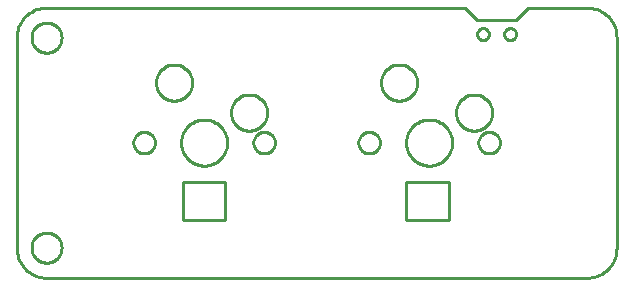
<source format=gbr>
G04 EAGLE Gerber RS-274X export*
G75*
%MOMM*%
%FSLAX34Y34*%
%LPD*%
%IN*%
%IPPOS*%
%AMOC8*
5,1,8,0,0,1.08239X$1,22.5*%
G01*
%ADD10C,0.254000*%


D10*
X0Y25400D02*
X97Y23186D01*
X386Y20989D01*
X865Y18826D01*
X1532Y16713D01*
X2380Y14666D01*
X3403Y12700D01*
X4594Y10831D01*
X5942Y9073D01*
X7440Y7440D01*
X9073Y5942D01*
X10831Y4594D01*
X12700Y3403D01*
X14666Y2380D01*
X16713Y1532D01*
X18826Y865D01*
X20989Y386D01*
X23186Y97D01*
X25400Y0D01*
X482600Y0D01*
X484814Y97D01*
X487011Y386D01*
X489174Y865D01*
X491287Y1532D01*
X493335Y2380D01*
X495300Y3403D01*
X497169Y4594D01*
X498927Y5942D01*
X500561Y7440D01*
X502058Y9073D01*
X503406Y10831D01*
X504597Y12700D01*
X505620Y14666D01*
X506468Y16713D01*
X507135Y18826D01*
X507614Y20989D01*
X507903Y23186D01*
X508000Y25400D01*
X508000Y203200D01*
X507903Y205414D01*
X507614Y207611D01*
X507135Y209774D01*
X506468Y211887D01*
X505620Y213935D01*
X504597Y215900D01*
X503406Y217769D01*
X502058Y219527D01*
X500561Y221161D01*
X498927Y222658D01*
X497169Y224006D01*
X495300Y225197D01*
X493335Y226220D01*
X491287Y227068D01*
X489174Y227735D01*
X487011Y228214D01*
X484814Y228503D01*
X482600Y228600D01*
X433070Y228600D01*
X422910Y218440D01*
X389890Y218440D01*
X379730Y228600D01*
X25400Y228600D01*
X23186Y228503D01*
X20989Y228214D01*
X18826Y227735D01*
X16713Y227068D01*
X14666Y226220D01*
X12700Y225197D01*
X10831Y224006D01*
X9073Y222658D01*
X7440Y221161D01*
X5942Y219527D01*
X4594Y217769D01*
X3403Y215900D01*
X2380Y213935D01*
X1532Y211887D01*
X865Y209774D01*
X386Y207611D01*
X97Y205414D01*
X0Y203200D01*
X0Y25400D01*
X329980Y48770D02*
X365980Y48770D01*
X365980Y80770D01*
X329980Y80770D01*
X329980Y48770D01*
X140750Y48770D02*
X176750Y48770D01*
X176750Y80770D01*
X140750Y80770D01*
X140750Y48770D01*
X329750Y113711D02*
X329821Y112534D01*
X329963Y111365D01*
X330176Y110205D01*
X330458Y109061D01*
X330808Y107936D01*
X331226Y106834D01*
X331710Y105760D01*
X332257Y104716D01*
X332867Y103708D01*
X333537Y102738D01*
X334263Y101810D01*
X335045Y100928D01*
X335878Y100095D01*
X336760Y99313D01*
X337688Y98587D01*
X338658Y97917D01*
X339666Y97307D01*
X340710Y96760D01*
X341784Y96276D01*
X342886Y95858D01*
X344011Y95508D01*
X345155Y95226D01*
X346315Y95013D01*
X347484Y94871D01*
X348661Y94800D01*
X349839Y94800D01*
X351016Y94871D01*
X352185Y95013D01*
X353345Y95226D01*
X354489Y95508D01*
X355614Y95858D01*
X356716Y96276D01*
X357790Y96760D01*
X358834Y97307D01*
X359842Y97917D01*
X360812Y98587D01*
X361740Y99313D01*
X362622Y100095D01*
X363455Y100928D01*
X364237Y101810D01*
X364963Y102738D01*
X365633Y103708D01*
X366243Y104716D01*
X366790Y105760D01*
X367274Y106834D01*
X367692Y107936D01*
X368042Y109061D01*
X368324Y110205D01*
X368537Y111365D01*
X368679Y112534D01*
X368750Y113711D01*
X368750Y114889D01*
X368679Y116066D01*
X368537Y117235D01*
X368324Y118395D01*
X368042Y119539D01*
X367692Y120664D01*
X367274Y121766D01*
X366790Y122840D01*
X366243Y123884D01*
X365633Y124892D01*
X364963Y125862D01*
X364237Y126790D01*
X363455Y127672D01*
X362622Y128505D01*
X361740Y129287D01*
X360812Y130013D01*
X359842Y130683D01*
X358834Y131293D01*
X357790Y131840D01*
X356716Y132324D01*
X355614Y132742D01*
X354489Y133092D01*
X353345Y133374D01*
X352185Y133587D01*
X351016Y133729D01*
X349839Y133800D01*
X348661Y133800D01*
X347484Y133729D01*
X346315Y133587D01*
X345155Y133374D01*
X344011Y133092D01*
X342886Y132742D01*
X341784Y132324D01*
X340710Y131840D01*
X339666Y131293D01*
X338658Y130683D01*
X337688Y130013D01*
X336760Y129287D01*
X335878Y128505D01*
X335045Y127672D01*
X334263Y126790D01*
X333537Y125862D01*
X332867Y124892D01*
X332257Y123884D01*
X331710Y122840D01*
X331226Y121766D01*
X330808Y120664D01*
X330458Y119539D01*
X330176Y118395D01*
X329963Y117235D01*
X329821Y116066D01*
X329750Y114889D01*
X329750Y113711D01*
X308533Y164553D02*
X308611Y163462D01*
X308766Y162379D01*
X308999Y161309D01*
X309307Y160260D01*
X309689Y159235D01*
X310144Y158239D01*
X310668Y157279D01*
X311260Y156359D01*
X311916Y155483D01*
X312632Y154656D01*
X313406Y153882D01*
X314233Y153166D01*
X315109Y152510D01*
X316029Y151918D01*
X316989Y151394D01*
X317985Y150939D01*
X319010Y150557D01*
X320059Y150249D01*
X321129Y150016D01*
X322212Y149861D01*
X323303Y149783D01*
X324397Y149783D01*
X325488Y149861D01*
X326571Y150016D01*
X327641Y150249D01*
X328690Y150557D01*
X329716Y150939D01*
X330711Y151394D01*
X331671Y151918D01*
X332592Y152510D01*
X333467Y153166D01*
X334294Y153882D01*
X335068Y154656D01*
X335784Y155483D01*
X336440Y156359D01*
X337032Y157279D01*
X337556Y158239D01*
X338011Y159235D01*
X338393Y160260D01*
X338701Y161309D01*
X338934Y162379D01*
X339089Y163462D01*
X339168Y164553D01*
X339168Y165647D01*
X339089Y166738D01*
X338934Y167821D01*
X338701Y168891D01*
X338393Y169940D01*
X338011Y170966D01*
X337556Y171961D01*
X337032Y172921D01*
X336440Y173842D01*
X335784Y174717D01*
X335068Y175544D01*
X334294Y176318D01*
X333467Y177034D01*
X332592Y177690D01*
X331671Y178282D01*
X330711Y178806D01*
X329716Y179261D01*
X328690Y179643D01*
X327641Y179951D01*
X326571Y180184D01*
X325488Y180339D01*
X324397Y180418D01*
X323303Y180418D01*
X322212Y180339D01*
X321129Y180184D01*
X320059Y179951D01*
X319010Y179643D01*
X317985Y179261D01*
X316989Y178806D01*
X316029Y178282D01*
X315109Y177690D01*
X314233Y177034D01*
X313406Y176318D01*
X312632Y175544D01*
X311916Y174717D01*
X311260Y173842D01*
X310668Y172921D01*
X310144Y171961D01*
X309689Y170966D01*
X309307Y169940D01*
X308999Y168891D01*
X308766Y167821D01*
X308611Y166738D01*
X308533Y165647D01*
X308533Y164553D01*
X372033Y139153D02*
X372111Y138062D01*
X372266Y136979D01*
X372499Y135909D01*
X372807Y134860D01*
X373189Y133835D01*
X373644Y132839D01*
X374168Y131879D01*
X374760Y130959D01*
X375416Y130083D01*
X376132Y129256D01*
X376906Y128482D01*
X377733Y127766D01*
X378609Y127110D01*
X379529Y126518D01*
X380489Y125994D01*
X381485Y125539D01*
X382510Y125157D01*
X383559Y124849D01*
X384629Y124616D01*
X385712Y124461D01*
X386803Y124383D01*
X387897Y124383D01*
X388988Y124461D01*
X390071Y124616D01*
X391141Y124849D01*
X392190Y125157D01*
X393216Y125539D01*
X394211Y125994D01*
X395171Y126518D01*
X396092Y127110D01*
X396967Y127766D01*
X397794Y128482D01*
X398568Y129256D01*
X399284Y130083D01*
X399940Y130959D01*
X400532Y131879D01*
X401056Y132839D01*
X401511Y133835D01*
X401893Y134860D01*
X402201Y135909D01*
X402434Y136979D01*
X402589Y138062D01*
X402668Y139153D01*
X402668Y140247D01*
X402589Y141338D01*
X402434Y142421D01*
X402201Y143491D01*
X401893Y144540D01*
X401511Y145566D01*
X401056Y146561D01*
X400532Y147521D01*
X399940Y148442D01*
X399284Y149317D01*
X398568Y150144D01*
X397794Y150918D01*
X396967Y151634D01*
X396092Y152290D01*
X395171Y152882D01*
X394211Y153406D01*
X393216Y153861D01*
X392190Y154243D01*
X391141Y154551D01*
X390071Y154784D01*
X388988Y154939D01*
X387897Y155018D01*
X386803Y155018D01*
X385712Y154939D01*
X384629Y154784D01*
X383559Y154551D01*
X382510Y154243D01*
X381485Y153861D01*
X380489Y153406D01*
X379529Y152882D01*
X378609Y152290D01*
X377733Y151634D01*
X376906Y150918D01*
X376132Y150144D01*
X375416Y149317D01*
X374760Y148442D01*
X374168Y147521D01*
X373644Y146561D01*
X373189Y145566D01*
X372807Y144540D01*
X372499Y143491D01*
X372266Y142421D01*
X372111Y141338D01*
X372033Y140247D01*
X372033Y139153D01*
X289383Y113904D02*
X289452Y113115D01*
X289589Y112336D01*
X289794Y111571D01*
X290065Y110827D01*
X290399Y110109D01*
X290795Y109423D01*
X291249Y108775D01*
X291758Y108168D01*
X292318Y107608D01*
X292925Y107099D01*
X293573Y106645D01*
X294259Y106249D01*
X294977Y105915D01*
X295721Y105644D01*
X296486Y105439D01*
X297265Y105302D01*
X298054Y105233D01*
X298846Y105233D01*
X299635Y105302D01*
X300414Y105439D01*
X301179Y105644D01*
X301923Y105915D01*
X302641Y106249D01*
X303327Y106645D01*
X303975Y107099D01*
X304582Y107608D01*
X305142Y108168D01*
X305651Y108775D01*
X306105Y109423D01*
X306501Y110109D01*
X306835Y110827D01*
X307106Y111571D01*
X307311Y112336D01*
X307449Y113115D01*
X307518Y113904D01*
X307518Y114696D01*
X307449Y115485D01*
X307311Y116264D01*
X307106Y117029D01*
X306835Y117773D01*
X306501Y118491D01*
X306105Y119177D01*
X305651Y119825D01*
X305142Y120432D01*
X304582Y120992D01*
X303975Y121501D01*
X303327Y121955D01*
X302641Y122351D01*
X301923Y122685D01*
X301179Y122956D01*
X300414Y123161D01*
X299635Y123299D01*
X298846Y123368D01*
X298054Y123368D01*
X297265Y123299D01*
X296486Y123161D01*
X295721Y122956D01*
X294977Y122685D01*
X294259Y122351D01*
X293573Y121955D01*
X292925Y121501D01*
X292318Y120992D01*
X291758Y120432D01*
X291249Y119825D01*
X290795Y119177D01*
X290399Y118491D01*
X290065Y117773D01*
X289794Y117029D01*
X289589Y116264D01*
X289452Y115485D01*
X289383Y114696D01*
X289383Y113904D01*
X390983Y113904D02*
X391052Y113115D01*
X391189Y112336D01*
X391394Y111571D01*
X391665Y110827D01*
X391999Y110109D01*
X392395Y109423D01*
X392849Y108775D01*
X393358Y108168D01*
X393918Y107608D01*
X394525Y107099D01*
X395173Y106645D01*
X395859Y106249D01*
X396577Y105915D01*
X397321Y105644D01*
X398086Y105439D01*
X398865Y105302D01*
X399654Y105233D01*
X400446Y105233D01*
X401235Y105302D01*
X402014Y105439D01*
X402779Y105644D01*
X403523Y105915D01*
X404241Y106249D01*
X404927Y106645D01*
X405575Y107099D01*
X406182Y107608D01*
X406742Y108168D01*
X407251Y108775D01*
X407705Y109423D01*
X408101Y110109D01*
X408435Y110827D01*
X408706Y111571D01*
X408911Y112336D01*
X409049Y113115D01*
X409118Y113904D01*
X409118Y114696D01*
X409049Y115485D01*
X408911Y116264D01*
X408706Y117029D01*
X408435Y117773D01*
X408101Y118491D01*
X407705Y119177D01*
X407251Y119825D01*
X406742Y120432D01*
X406182Y120992D01*
X405575Y121501D01*
X404927Y121955D01*
X404241Y122351D01*
X403523Y122685D01*
X402779Y122956D01*
X402014Y123161D01*
X401235Y123299D01*
X400446Y123368D01*
X399654Y123368D01*
X398865Y123299D01*
X398086Y123161D01*
X397321Y122956D01*
X396577Y122685D01*
X395859Y122351D01*
X395173Y121955D01*
X394525Y121501D01*
X393918Y120992D01*
X393358Y120432D01*
X392849Y119825D01*
X392395Y119177D01*
X391999Y118491D01*
X391665Y117773D01*
X391394Y117029D01*
X391189Y116264D01*
X391052Y115485D01*
X390983Y114696D01*
X390983Y113904D01*
X12700Y202701D02*
X12778Y201706D01*
X12934Y200720D01*
X13167Y199750D01*
X13476Y198801D01*
X13858Y197879D01*
X14311Y196990D01*
X14832Y196139D01*
X15419Y195331D01*
X16067Y194573D01*
X16773Y193867D01*
X17531Y193219D01*
X18339Y192632D01*
X19190Y192111D01*
X20079Y191658D01*
X21001Y191276D01*
X21950Y190967D01*
X22920Y190734D01*
X23906Y190578D01*
X24901Y190500D01*
X25899Y190500D01*
X26894Y190578D01*
X27880Y190734D01*
X28850Y190967D01*
X29799Y191276D01*
X30721Y191658D01*
X31610Y192111D01*
X32461Y192632D01*
X33269Y193219D01*
X34027Y193867D01*
X34733Y194573D01*
X35381Y195331D01*
X35968Y196139D01*
X36489Y196990D01*
X36942Y197879D01*
X37324Y198801D01*
X37633Y199750D01*
X37866Y200720D01*
X38022Y201706D01*
X38100Y202701D01*
X38100Y203699D01*
X38022Y204694D01*
X37866Y205680D01*
X37633Y206650D01*
X37324Y207599D01*
X36942Y208521D01*
X36489Y209410D01*
X35968Y210261D01*
X35381Y211069D01*
X34733Y211827D01*
X34027Y212533D01*
X33269Y213181D01*
X32461Y213768D01*
X31610Y214289D01*
X30721Y214742D01*
X29799Y215124D01*
X28850Y215433D01*
X27880Y215666D01*
X26894Y215822D01*
X25899Y215900D01*
X24901Y215900D01*
X23906Y215822D01*
X22920Y215666D01*
X21950Y215433D01*
X21001Y215124D01*
X20079Y214742D01*
X19190Y214289D01*
X18339Y213768D01*
X17531Y213181D01*
X16773Y212533D01*
X16067Y211827D01*
X15419Y211069D01*
X14832Y210261D01*
X14311Y209410D01*
X13858Y208521D01*
X13476Y207599D01*
X13167Y206650D01*
X12934Y205680D01*
X12778Y204694D01*
X12700Y203699D01*
X12700Y202701D01*
X12700Y24901D02*
X12778Y23906D01*
X12934Y22920D01*
X13167Y21950D01*
X13476Y21001D01*
X13858Y20079D01*
X14311Y19190D01*
X14832Y18339D01*
X15419Y17531D01*
X16067Y16773D01*
X16773Y16067D01*
X17531Y15419D01*
X18339Y14832D01*
X19190Y14311D01*
X20079Y13858D01*
X21001Y13476D01*
X21950Y13167D01*
X22920Y12934D01*
X23906Y12778D01*
X24901Y12700D01*
X25899Y12700D01*
X26894Y12778D01*
X27880Y12934D01*
X28850Y13167D01*
X29799Y13476D01*
X30721Y13858D01*
X31610Y14311D01*
X32461Y14832D01*
X33269Y15419D01*
X34027Y16067D01*
X34733Y16773D01*
X35381Y17531D01*
X35968Y18339D01*
X36489Y19190D01*
X36942Y20079D01*
X37324Y21001D01*
X37633Y21950D01*
X37866Y22920D01*
X38022Y23906D01*
X38100Y24901D01*
X38100Y25899D01*
X38022Y26894D01*
X37866Y27880D01*
X37633Y28850D01*
X37324Y29799D01*
X36942Y30721D01*
X36489Y31610D01*
X35968Y32461D01*
X35381Y33269D01*
X34733Y34027D01*
X34027Y34733D01*
X33269Y35381D01*
X32461Y35968D01*
X31610Y36489D01*
X30721Y36942D01*
X29799Y37324D01*
X28850Y37633D01*
X27880Y37866D01*
X26894Y38022D01*
X25899Y38100D01*
X24901Y38100D01*
X23906Y38022D01*
X22920Y37866D01*
X21950Y37633D01*
X21001Y37324D01*
X20079Y36942D01*
X19190Y36489D01*
X18339Y35968D01*
X17531Y35381D01*
X16773Y34733D01*
X16067Y34027D01*
X15419Y33269D01*
X14832Y32461D01*
X14311Y31610D01*
X13858Y30721D01*
X13476Y29799D01*
X13167Y28850D01*
X12934Y27880D01*
X12778Y26894D01*
X12700Y25899D01*
X12700Y24901D01*
X139250Y113711D02*
X139321Y112534D01*
X139463Y111365D01*
X139676Y110205D01*
X139958Y109061D01*
X140308Y107936D01*
X140726Y106834D01*
X141210Y105760D01*
X141757Y104716D01*
X142367Y103708D01*
X143037Y102738D01*
X143763Y101810D01*
X144545Y100928D01*
X145378Y100095D01*
X146260Y99313D01*
X147188Y98587D01*
X148158Y97917D01*
X149166Y97307D01*
X150210Y96760D01*
X151284Y96276D01*
X152386Y95858D01*
X153511Y95508D01*
X154655Y95226D01*
X155815Y95013D01*
X156984Y94871D01*
X158161Y94800D01*
X159339Y94800D01*
X160516Y94871D01*
X161685Y95013D01*
X162845Y95226D01*
X163989Y95508D01*
X165114Y95858D01*
X166216Y96276D01*
X167290Y96760D01*
X168334Y97307D01*
X169342Y97917D01*
X170312Y98587D01*
X171240Y99313D01*
X172122Y100095D01*
X172955Y100928D01*
X173737Y101810D01*
X174463Y102738D01*
X175133Y103708D01*
X175743Y104716D01*
X176290Y105760D01*
X176774Y106834D01*
X177192Y107936D01*
X177542Y109061D01*
X177824Y110205D01*
X178037Y111365D01*
X178179Y112534D01*
X178250Y113711D01*
X178250Y114889D01*
X178179Y116066D01*
X178037Y117235D01*
X177824Y118395D01*
X177542Y119539D01*
X177192Y120664D01*
X176774Y121766D01*
X176290Y122840D01*
X175743Y123884D01*
X175133Y124892D01*
X174463Y125862D01*
X173737Y126790D01*
X172955Y127672D01*
X172122Y128505D01*
X171240Y129287D01*
X170312Y130013D01*
X169342Y130683D01*
X168334Y131293D01*
X167290Y131840D01*
X166216Y132324D01*
X165114Y132742D01*
X163989Y133092D01*
X162845Y133374D01*
X161685Y133587D01*
X160516Y133729D01*
X159339Y133800D01*
X158161Y133800D01*
X156984Y133729D01*
X155815Y133587D01*
X154655Y133374D01*
X153511Y133092D01*
X152386Y132742D01*
X151284Y132324D01*
X150210Y131840D01*
X149166Y131293D01*
X148158Y130683D01*
X147188Y130013D01*
X146260Y129287D01*
X145378Y128505D01*
X144545Y127672D01*
X143763Y126790D01*
X143037Y125862D01*
X142367Y124892D01*
X141757Y123884D01*
X141210Y122840D01*
X140726Y121766D01*
X140308Y120664D01*
X139958Y119539D01*
X139676Y118395D01*
X139463Y117235D01*
X139321Y116066D01*
X139250Y114889D01*
X139250Y113711D01*
X118033Y164553D02*
X118111Y163462D01*
X118266Y162379D01*
X118499Y161309D01*
X118807Y160260D01*
X119189Y159235D01*
X119644Y158239D01*
X120168Y157279D01*
X120760Y156359D01*
X121416Y155483D01*
X122132Y154656D01*
X122906Y153882D01*
X123733Y153166D01*
X124609Y152510D01*
X125529Y151918D01*
X126489Y151394D01*
X127485Y150939D01*
X128510Y150557D01*
X129559Y150249D01*
X130629Y150016D01*
X131712Y149861D01*
X132803Y149783D01*
X133897Y149783D01*
X134988Y149861D01*
X136071Y150016D01*
X137141Y150249D01*
X138190Y150557D01*
X139216Y150939D01*
X140211Y151394D01*
X141171Y151918D01*
X142092Y152510D01*
X142967Y153166D01*
X143794Y153882D01*
X144568Y154656D01*
X145284Y155483D01*
X145940Y156359D01*
X146532Y157279D01*
X147056Y158239D01*
X147511Y159235D01*
X147893Y160260D01*
X148201Y161309D01*
X148434Y162379D01*
X148589Y163462D01*
X148668Y164553D01*
X148668Y165647D01*
X148589Y166738D01*
X148434Y167821D01*
X148201Y168891D01*
X147893Y169940D01*
X147511Y170966D01*
X147056Y171961D01*
X146532Y172921D01*
X145940Y173842D01*
X145284Y174717D01*
X144568Y175544D01*
X143794Y176318D01*
X142967Y177034D01*
X142092Y177690D01*
X141171Y178282D01*
X140211Y178806D01*
X139216Y179261D01*
X138190Y179643D01*
X137141Y179951D01*
X136071Y180184D01*
X134988Y180339D01*
X133897Y180418D01*
X132803Y180418D01*
X131712Y180339D01*
X130629Y180184D01*
X129559Y179951D01*
X128510Y179643D01*
X127485Y179261D01*
X126489Y178806D01*
X125529Y178282D01*
X124609Y177690D01*
X123733Y177034D01*
X122906Y176318D01*
X122132Y175544D01*
X121416Y174717D01*
X120760Y173842D01*
X120168Y172921D01*
X119644Y171961D01*
X119189Y170966D01*
X118807Y169940D01*
X118499Y168891D01*
X118266Y167821D01*
X118111Y166738D01*
X118033Y165647D01*
X118033Y164553D01*
X181533Y139153D02*
X181611Y138062D01*
X181766Y136979D01*
X181999Y135909D01*
X182307Y134860D01*
X182689Y133835D01*
X183144Y132839D01*
X183668Y131879D01*
X184260Y130959D01*
X184916Y130083D01*
X185632Y129256D01*
X186406Y128482D01*
X187233Y127766D01*
X188109Y127110D01*
X189029Y126518D01*
X189989Y125994D01*
X190985Y125539D01*
X192010Y125157D01*
X193059Y124849D01*
X194129Y124616D01*
X195212Y124461D01*
X196303Y124383D01*
X197397Y124383D01*
X198488Y124461D01*
X199571Y124616D01*
X200641Y124849D01*
X201690Y125157D01*
X202716Y125539D01*
X203711Y125994D01*
X204671Y126518D01*
X205592Y127110D01*
X206467Y127766D01*
X207294Y128482D01*
X208068Y129256D01*
X208784Y130083D01*
X209440Y130959D01*
X210032Y131879D01*
X210556Y132839D01*
X211011Y133835D01*
X211393Y134860D01*
X211701Y135909D01*
X211934Y136979D01*
X212089Y138062D01*
X212168Y139153D01*
X212168Y140247D01*
X212089Y141338D01*
X211934Y142421D01*
X211701Y143491D01*
X211393Y144540D01*
X211011Y145566D01*
X210556Y146561D01*
X210032Y147521D01*
X209440Y148442D01*
X208784Y149317D01*
X208068Y150144D01*
X207294Y150918D01*
X206467Y151634D01*
X205592Y152290D01*
X204671Y152882D01*
X203711Y153406D01*
X202716Y153861D01*
X201690Y154243D01*
X200641Y154551D01*
X199571Y154784D01*
X198488Y154939D01*
X197397Y155018D01*
X196303Y155018D01*
X195212Y154939D01*
X194129Y154784D01*
X193059Y154551D01*
X192010Y154243D01*
X190985Y153861D01*
X189989Y153406D01*
X189029Y152882D01*
X188109Y152290D01*
X187233Y151634D01*
X186406Y150918D01*
X185632Y150144D01*
X184916Y149317D01*
X184260Y148442D01*
X183668Y147521D01*
X183144Y146561D01*
X182689Y145566D01*
X182307Y144540D01*
X181999Y143491D01*
X181766Y142421D01*
X181611Y141338D01*
X181533Y140247D01*
X181533Y139153D01*
X98883Y113904D02*
X98952Y113115D01*
X99089Y112336D01*
X99294Y111571D01*
X99565Y110827D01*
X99899Y110109D01*
X100295Y109423D01*
X100749Y108775D01*
X101258Y108168D01*
X101818Y107608D01*
X102425Y107099D01*
X103073Y106645D01*
X103759Y106249D01*
X104477Y105915D01*
X105221Y105644D01*
X105986Y105439D01*
X106765Y105302D01*
X107554Y105233D01*
X108346Y105233D01*
X109135Y105302D01*
X109914Y105439D01*
X110679Y105644D01*
X111423Y105915D01*
X112141Y106249D01*
X112827Y106645D01*
X113475Y107099D01*
X114082Y107608D01*
X114642Y108168D01*
X115151Y108775D01*
X115605Y109423D01*
X116001Y110109D01*
X116335Y110827D01*
X116606Y111571D01*
X116811Y112336D01*
X116949Y113115D01*
X117018Y113904D01*
X117018Y114696D01*
X116949Y115485D01*
X116811Y116264D01*
X116606Y117029D01*
X116335Y117773D01*
X116001Y118491D01*
X115605Y119177D01*
X115151Y119825D01*
X114642Y120432D01*
X114082Y120992D01*
X113475Y121501D01*
X112827Y121955D01*
X112141Y122351D01*
X111423Y122685D01*
X110679Y122956D01*
X109914Y123161D01*
X109135Y123299D01*
X108346Y123368D01*
X107554Y123368D01*
X106765Y123299D01*
X105986Y123161D01*
X105221Y122956D01*
X104477Y122685D01*
X103759Y122351D01*
X103073Y121955D01*
X102425Y121501D01*
X101818Y120992D01*
X101258Y120432D01*
X100749Y119825D01*
X100295Y119177D01*
X99899Y118491D01*
X99565Y117773D01*
X99294Y117029D01*
X99089Y116264D01*
X98952Y115485D01*
X98883Y114696D01*
X98883Y113904D01*
X200483Y113904D02*
X200552Y113115D01*
X200689Y112336D01*
X200894Y111571D01*
X201165Y110827D01*
X201499Y110109D01*
X201895Y109423D01*
X202349Y108775D01*
X202858Y108168D01*
X203418Y107608D01*
X204025Y107099D01*
X204673Y106645D01*
X205359Y106249D01*
X206077Y105915D01*
X206821Y105644D01*
X207586Y105439D01*
X208365Y105302D01*
X209154Y105233D01*
X209946Y105233D01*
X210735Y105302D01*
X211514Y105439D01*
X212279Y105644D01*
X213023Y105915D01*
X213741Y106249D01*
X214427Y106645D01*
X215075Y107099D01*
X215682Y107608D01*
X216242Y108168D01*
X216751Y108775D01*
X217205Y109423D01*
X217601Y110109D01*
X217935Y110827D01*
X218206Y111571D01*
X218411Y112336D01*
X218549Y113115D01*
X218618Y113904D01*
X218618Y114696D01*
X218549Y115485D01*
X218411Y116264D01*
X218206Y117029D01*
X217935Y117773D01*
X217601Y118491D01*
X217205Y119177D01*
X216751Y119825D01*
X216242Y120432D01*
X215682Y120992D01*
X215075Y121501D01*
X214427Y121955D01*
X213741Y122351D01*
X213023Y122685D01*
X212279Y122956D01*
X211514Y123161D01*
X210735Y123299D01*
X209946Y123368D01*
X209154Y123368D01*
X208365Y123299D01*
X207586Y123161D01*
X206821Y122956D01*
X206077Y122685D01*
X205359Y122351D01*
X204673Y121955D01*
X204025Y121501D01*
X203418Y120992D01*
X202858Y120432D01*
X202349Y119825D01*
X201895Y119177D01*
X201499Y118491D01*
X201165Y117773D01*
X200894Y117029D01*
X200689Y116264D01*
X200552Y115485D01*
X200483Y114696D01*
X200483Y113904D01*
X412900Y206481D02*
X412963Y207039D01*
X413088Y207586D01*
X413273Y208116D01*
X413517Y208622D01*
X413816Y209098D01*
X414166Y209537D01*
X414563Y209934D01*
X415002Y210284D01*
X415478Y210583D01*
X415984Y210827D01*
X416514Y211012D01*
X417061Y211137D01*
X417619Y211200D01*
X418181Y211200D01*
X418739Y211137D01*
X419286Y211012D01*
X419816Y210827D01*
X420322Y210583D01*
X420798Y210284D01*
X421237Y209934D01*
X421634Y209537D01*
X421984Y209098D01*
X422283Y208622D01*
X422527Y208116D01*
X422712Y207586D01*
X422837Y207039D01*
X422900Y206481D01*
X422900Y205919D01*
X422837Y205361D01*
X422712Y204814D01*
X422527Y204284D01*
X422283Y203778D01*
X421984Y203302D01*
X421634Y202863D01*
X421237Y202466D01*
X420798Y202116D01*
X420322Y201817D01*
X419816Y201573D01*
X419286Y201388D01*
X418739Y201263D01*
X418181Y201200D01*
X417619Y201200D01*
X417061Y201263D01*
X416514Y201388D01*
X415984Y201573D01*
X415478Y201817D01*
X415002Y202116D01*
X414563Y202466D01*
X414166Y202863D01*
X413816Y203302D01*
X413517Y203778D01*
X413273Y204284D01*
X413088Y204814D01*
X412963Y205361D01*
X412900Y205919D01*
X412900Y206481D01*
X389900Y206481D02*
X389963Y207039D01*
X390088Y207586D01*
X390273Y208116D01*
X390517Y208622D01*
X390816Y209098D01*
X391166Y209537D01*
X391563Y209934D01*
X392002Y210284D01*
X392478Y210583D01*
X392984Y210827D01*
X393514Y211012D01*
X394061Y211137D01*
X394619Y211200D01*
X395181Y211200D01*
X395739Y211137D01*
X396286Y211012D01*
X396816Y210827D01*
X397322Y210583D01*
X397798Y210284D01*
X398237Y209934D01*
X398634Y209537D01*
X398984Y209098D01*
X399283Y208622D01*
X399527Y208116D01*
X399712Y207586D01*
X399837Y207039D01*
X399900Y206481D01*
X399900Y205919D01*
X399837Y205361D01*
X399712Y204814D01*
X399527Y204284D01*
X399283Y203778D01*
X398984Y203302D01*
X398634Y202863D01*
X398237Y202466D01*
X397798Y202116D01*
X397322Y201817D01*
X396816Y201573D01*
X396286Y201388D01*
X395739Y201263D01*
X395181Y201200D01*
X394619Y201200D01*
X394061Y201263D01*
X393514Y201388D01*
X392984Y201573D01*
X392478Y201817D01*
X392002Y202116D01*
X391563Y202466D01*
X391166Y202863D01*
X390816Y203302D01*
X390517Y203778D01*
X390273Y204284D01*
X390088Y204814D01*
X389963Y205361D01*
X389900Y205919D01*
X389900Y206481D01*
M02*

</source>
